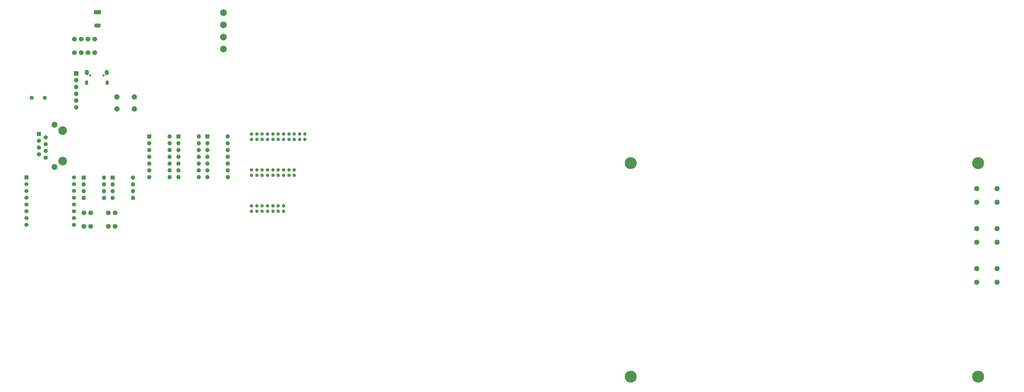
<source format=gbr>
%TF.GenerationSoftware,KiCad,Pcbnew,7.0.1*%
%TF.CreationDate,2023-09-18T22:16:33+09:00*%
%TF.ProjectId,LaunchController,4c61756e-6368-4436-9f6e-74726f6c6c65,rev?*%
%TF.SameCoordinates,Original*%
%TF.FileFunction,Soldermask,Bot*%
%TF.FilePolarity,Negative*%
%FSLAX46Y46*%
G04 Gerber Fmt 4.6, Leading zero omitted, Abs format (unit mm)*
G04 Created by KiCad (PCBNEW 7.0.1) date 2023-09-18 22:16:33*
%MOMM*%
%LPD*%
G01*
G04 APERTURE LIST*
G04 Aperture macros list*
%AMRoundRect*
0 Rectangle with rounded corners*
0 $1 Rounding radius*
0 $2 $3 $4 $5 $6 $7 $8 $9 X,Y pos of 4 corners*
0 Add a 4 corners polygon primitive as box body*
4,1,4,$2,$3,$4,$5,$6,$7,$8,$9,$2,$3,0*
0 Add four circle primitives for the rounded corners*
1,1,$1+$1,$2,$3*
1,1,$1+$1,$4,$5*
1,1,$1+$1,$6,$7*
1,1,$1+$1,$8,$9*
0 Add four rect primitives between the rounded corners*
20,1,$1+$1,$2,$3,$4,$5,0*
20,1,$1+$1,$4,$5,$6,$7,0*
20,1,$1+$1,$6,$7,$8,$9,0*
20,1,$1+$1,$8,$9,$2,$3,0*%
G04 Aperture macros list end*
%ADD10C,4.500000*%
%ADD11C,2.500000*%
%ADD12R,1.600000X1.600000*%
%ADD13O,1.600000X1.600000*%
%ADD14C,1.800000*%
%ADD15C,1.950000*%
%ADD16C,1.500000*%
%ADD17R,2.500000X1.500000*%
%ADD18O,2.500000X1.500000*%
%ADD19C,1.300000*%
%ADD20C,3.250000*%
%ADD21RoundRect,0.248000X0.552000X-0.552000X0.552000X0.552000X-0.552000X0.552000X-0.552000X-0.552000X0*%
%ADD22C,1.600000*%
%ADD23C,2.200000*%
%ADD24O,0.800000X0.800000*%
%ADD25O,1.150000X1.800000*%
%ADD26O,1.450000X2.000000*%
%ADD27R,1.530000X1.530000*%
%ADD28C,1.530000*%
%ADD29C,2.000000*%
%ADD30R,1.700000X1.700000*%
%ADD31O,1.700000X1.700000*%
G04 APERTURE END LIST*
D10*
%TO.C,REF\u002A\u002A*%
X140000000Y-90000000D03*
%TD*%
%TO.C,REF\u002A\u002A*%
X140000000Y-10000000D03*
%TD*%
%TO.C,REF\u002A\u002A*%
X10000000Y-90000000D03*
%TD*%
%TO.C,REF\u002A\u002A*%
X10000000Y-10000000D03*
%TD*%
D11*
%TO.C,TP2*%
X-142500000Y41850000D03*
%TD*%
D12*
%TO.C,U8*%
X-183970000Y-15380000D03*
D13*
X-183970000Y-17920000D03*
X-183970000Y-20460000D03*
X-183970000Y-23000000D03*
X-176350000Y-23000000D03*
X-176350000Y-20460000D03*
X-176350000Y-17920000D03*
X-176350000Y-15380000D03*
%TD*%
D11*
%TO.C,TP3*%
X-142500000Y37300000D03*
%TD*%
D14*
%TO.C,J12*%
X-183040000Y-28630000D03*
X-183040000Y-33710000D03*
X-185580000Y-28630000D03*
X-185580000Y-33710000D03*
%TD*%
D15*
%TO.C,J5*%
X139530000Y-39600000D03*
X147150000Y-39600000D03*
X139530000Y-34520000D03*
X147150000Y-34520000D03*
%TD*%
D16*
%TO.C,Y1*%
X-214290000Y14450000D03*
X-209410000Y14450000D03*
%TD*%
D17*
%TO.C,C4*%
X-189690000Y46615000D03*
D18*
X-189690000Y41615000D03*
%TD*%
D14*
%TO.C,J10*%
X-192230000Y-28630000D03*
X-192230000Y-33710000D03*
X-194770000Y-28630000D03*
X-194770000Y-33710000D03*
%TD*%
D19*
%TO.C,J8*%
X-132000000Y900000D03*
X-132000000Y-1100000D03*
X-130000000Y900000D03*
X-130000000Y-1100000D03*
X-128000000Y900000D03*
X-128000000Y-1100000D03*
X-126000000Y900000D03*
X-126000000Y-1100000D03*
X-124000000Y900000D03*
X-124000000Y-1100000D03*
X-122000000Y900000D03*
X-122000000Y-1100000D03*
X-120000000Y900000D03*
X-120000000Y-1100000D03*
X-118000000Y900000D03*
X-118000000Y-1100000D03*
X-116000000Y900000D03*
X-116000000Y-1100000D03*
X-114000000Y900000D03*
X-114000000Y-1100000D03*
X-112000000Y900000D03*
X-112000000Y-1100000D03*
%TD*%
D12*
%TO.C,U9*%
X-170250000Y50000D03*
D13*
X-170250000Y-2490000D03*
X-170250000Y-5030000D03*
X-170250000Y-7570000D03*
X-170250000Y-10110000D03*
X-170250000Y-12650000D03*
X-170250000Y-15190000D03*
X-162630000Y-15190000D03*
X-162630000Y-12650000D03*
X-162630000Y-10110000D03*
X-162630000Y-7570000D03*
X-162630000Y-5030000D03*
X-162630000Y-2490000D03*
X-162630000Y50000D03*
%TD*%
D12*
%TO.C,U11*%
X-148550000Y50000D03*
D13*
X-148550000Y-2490000D03*
X-148550000Y-5030000D03*
X-148550000Y-7570000D03*
X-148550000Y-10110000D03*
X-148550000Y-12650000D03*
X-148550000Y-15190000D03*
X-140930000Y-15190000D03*
X-140930000Y-12650000D03*
X-140930000Y-10110000D03*
X-140930000Y-7570000D03*
X-140930000Y-5030000D03*
X-140930000Y-2490000D03*
X-140930000Y50000D03*
%TD*%
D12*
%TO.C,U10*%
X-159400000Y50000D03*
D13*
X-159400000Y-2490000D03*
X-159400000Y-5030000D03*
X-159400000Y-7570000D03*
X-159400000Y-10110000D03*
X-159400000Y-12650000D03*
X-159400000Y-15190000D03*
X-151780000Y-15190000D03*
X-151780000Y-12650000D03*
X-151780000Y-10110000D03*
X-151780000Y-7570000D03*
X-151780000Y-5030000D03*
X-151780000Y-2490000D03*
X-151780000Y50000D03*
%TD*%
D12*
%TO.C,U7*%
X-194820000Y-15380000D03*
D13*
X-194820000Y-17920000D03*
X-194820000Y-20460000D03*
X-194820000Y-23000000D03*
X-187200000Y-23000000D03*
X-187200000Y-20460000D03*
X-187200000Y-17920000D03*
X-187200000Y-15380000D03*
%TD*%
D14*
%TO.C,J2*%
X-190670000Y36520000D03*
X-190670000Y31440000D03*
X-193210000Y36520000D03*
X-193210000Y31440000D03*
X-195750000Y36520000D03*
X-195750000Y31440000D03*
X-198290000Y36520000D03*
X-198290000Y31440000D03*
%TD*%
D19*
%TO.C,J7*%
X-132000000Y-26000000D03*
X-132000000Y-28000000D03*
X-130000000Y-26000000D03*
X-130000000Y-28000000D03*
X-128000000Y-26000000D03*
X-128000000Y-28000000D03*
X-126000000Y-26000000D03*
X-126000000Y-28000000D03*
X-124000000Y-26000000D03*
X-124000000Y-28000000D03*
X-122000000Y-26000000D03*
X-122000000Y-28000000D03*
X-120000000Y-26000000D03*
X-120000000Y-28000000D03*
%TD*%
D20*
%TO.C,J11*%
X-202710000Y2210000D03*
X-202710000Y-9220000D03*
D21*
X-211600000Y940000D03*
D22*
X-209060000Y-330000D03*
X-211600000Y-1600000D03*
X-209060000Y-2870000D03*
X-211600000Y-4140000D03*
X-209060000Y-5410000D03*
X-211600000Y-6680000D03*
X-209060000Y-7950000D03*
D23*
X-205760000Y4395000D03*
X-205760000Y-11405000D03*
%TD*%
D15*
%TO.C,J6*%
X139530000Y-54600000D03*
X147150000Y-54600000D03*
X139530000Y-49520000D03*
X147150000Y-49520000D03*
%TD*%
D24*
%TO.C,J3*%
X-192400000Y22880000D03*
X-187400000Y22880000D03*
D25*
X-193775000Y20130000D03*
D26*
X-193625000Y23930000D03*
X-186175000Y23930000D03*
D25*
X-186025000Y20130000D03*
%TD*%
D27*
%TO.C,U6*%
X-216270000Y-15350000D03*
D28*
X-216270000Y-17890000D03*
X-216270000Y-20430000D03*
X-216270000Y-22970000D03*
X-216270000Y-25510000D03*
X-216270000Y-28050000D03*
X-216270000Y-30590000D03*
X-216270000Y-33130000D03*
X-198490000Y-15350000D03*
X-198490000Y-17890000D03*
X-198490000Y-20430000D03*
X-198490000Y-22970000D03*
X-198490000Y-25510000D03*
X-198490000Y-28050000D03*
X-198490000Y-30590000D03*
X-198490000Y-33130000D03*
%TD*%
D29*
%TO.C,SW1*%
X-182400000Y14820000D03*
X-175900000Y14820000D03*
X-182400000Y10320000D03*
X-175900000Y10320000D03*
%TD*%
D15*
%TO.C,J4*%
X139530000Y-24600000D03*
X147150000Y-24600000D03*
X139530000Y-19520000D03*
X147150000Y-19520000D03*
%TD*%
D30*
%TO.C,J1*%
X-197640000Y23620000D03*
D31*
X-197640000Y21080000D03*
X-197640000Y18540000D03*
X-197640000Y16000000D03*
X-197640000Y13460000D03*
X-197640000Y10920000D03*
%TD*%
D11*
%TO.C,TP1*%
X-142500000Y46400000D03*
%TD*%
%TO.C,TP4*%
X-142500000Y32750000D03*
%TD*%
D19*
%TO.C,J9*%
X-132000000Y-12550000D03*
X-132000000Y-14550000D03*
X-130000000Y-12550000D03*
X-130000000Y-14550000D03*
X-128000000Y-12550000D03*
X-128000000Y-14550000D03*
X-126000000Y-12550000D03*
X-126000000Y-14550000D03*
X-124000000Y-12550000D03*
X-124000000Y-14550000D03*
X-122000000Y-12550000D03*
X-122000000Y-14550000D03*
X-120000000Y-12550000D03*
X-120000000Y-14550000D03*
X-118000000Y-12550000D03*
X-118000000Y-14550000D03*
X-116000000Y-12550000D03*
X-116000000Y-14550000D03*
%TD*%
M02*

</source>
